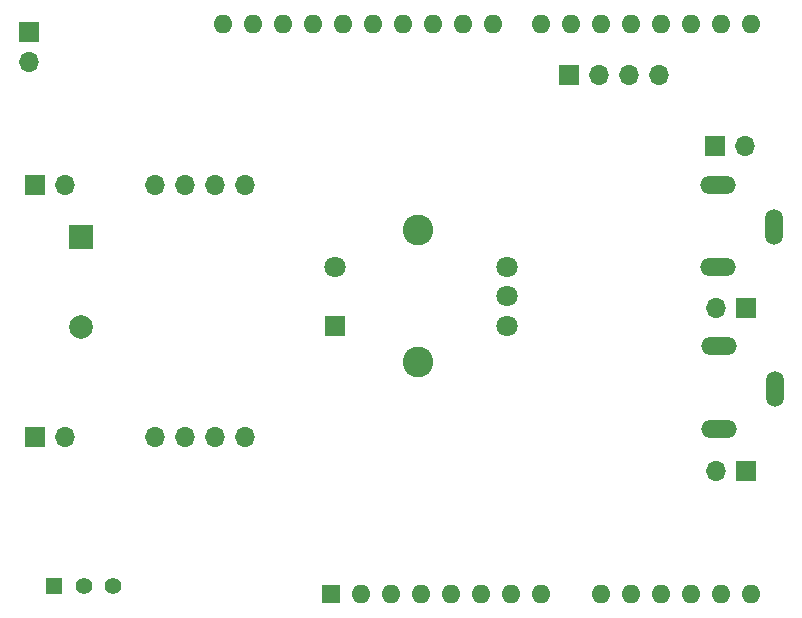
<source format=gbs>
G04 #@! TF.GenerationSoftware,KiCad,Pcbnew,(6.0.4)*
G04 #@! TF.CreationDate,2025-04-28T20:29:24+10:00*
G04 #@! TF.ProjectId,OpenXstim,4f70656e-5873-4746-996d-2e6b69636164,rev?*
G04 #@! TF.SameCoordinates,Original*
G04 #@! TF.FileFunction,Soldermask,Bot*
G04 #@! TF.FilePolarity,Negative*
%FSLAX46Y46*%
G04 Gerber Fmt 4.6, Leading zero omitted, Abs format (unit mm)*
G04 Created by KiCad (PCBNEW (6.0.4)) date 2025-04-28 20:29:24*
%MOMM*%
%LPD*%
G01*
G04 APERTURE LIST*
%ADD10R,1.700000X1.700000*%
%ADD11O,1.700000X1.700000*%
%ADD12C,2.600000*%
%ADD13C,1.800000*%
%ADD14R,1.800000X1.800000*%
%ADD15O,1.508000X3.016000*%
%ADD16O,3.016000X1.508000*%
%ADD17R,2.000000X2.000000*%
%ADD18C,2.000000*%
%ADD19R,1.408000X1.408000*%
%ADD20C,1.408000*%
%ADD21R,1.600000X1.600000*%
%ADD22O,1.600000X1.600000*%
G04 APERTURE END LIST*
D10*
X237241000Y-104292400D03*
D11*
X234701000Y-104292400D03*
D12*
X209448400Y-95109600D03*
X209448400Y-83909600D03*
D13*
X216948400Y-92009600D03*
X216948400Y-87009600D03*
X216948400Y-89509600D03*
D14*
X202448400Y-92009600D03*
D13*
X202448400Y-87009600D03*
D15*
X239636000Y-97332800D03*
D16*
X234936000Y-100732800D03*
X234936000Y-93732800D03*
D17*
X180949600Y-84490400D03*
D18*
X180949600Y-92090400D03*
D10*
X234640200Y-76809600D03*
D11*
X237180200Y-76809600D03*
D10*
X177008000Y-101396800D03*
D11*
X179548000Y-101396800D03*
X187168000Y-101396800D03*
X189708000Y-101396800D03*
X192248000Y-101396800D03*
X194788000Y-101396800D03*
D10*
X222212800Y-70764400D03*
D11*
X224752800Y-70764400D03*
X227292800Y-70764400D03*
X229832800Y-70764400D03*
D15*
X239585200Y-83667600D03*
D16*
X234885200Y-87067600D03*
X234885200Y-80067600D03*
D10*
X177008000Y-80111600D03*
D11*
X179548000Y-80111600D03*
X187168000Y-80111600D03*
X189708000Y-80111600D03*
X192248000Y-80111600D03*
X194788000Y-80111600D03*
D10*
X176530000Y-67152600D03*
D11*
X176530000Y-69692600D03*
D19*
X178645100Y-114046000D03*
D20*
X181145100Y-114046000D03*
X183645100Y-114046000D03*
D10*
X237241000Y-90525600D03*
D11*
X234701000Y-90525600D03*
D21*
X202057000Y-114706400D03*
D22*
X204597000Y-114706400D03*
X207137000Y-114706400D03*
X209677000Y-114706400D03*
X212217000Y-114706400D03*
X214757000Y-114706400D03*
X217297000Y-114706400D03*
X219837000Y-114706400D03*
X224917000Y-114706400D03*
X227457000Y-114706400D03*
X229997000Y-114706400D03*
X232537000Y-114706400D03*
X235077000Y-114706400D03*
X237617000Y-114706400D03*
X237617000Y-66446400D03*
X235077000Y-66446400D03*
X232537000Y-66446400D03*
X229997000Y-66446400D03*
X227457000Y-66446400D03*
X224917000Y-66446400D03*
X222377000Y-66446400D03*
X219837000Y-66446400D03*
X215777000Y-66446400D03*
X213237000Y-66446400D03*
X210697000Y-66446400D03*
X208157000Y-66446400D03*
X205617000Y-66446400D03*
X203077000Y-66446400D03*
X200537000Y-66446400D03*
X197997000Y-66446400D03*
X195457000Y-66446400D03*
X192917000Y-66446400D03*
M02*

</source>
